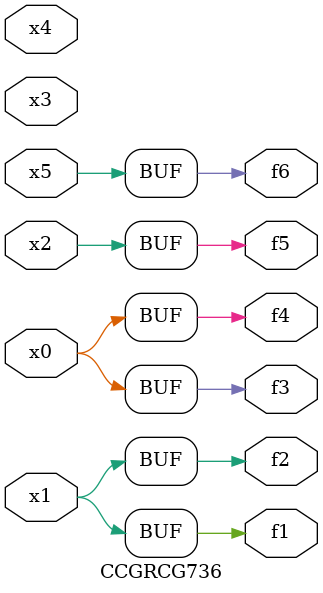
<source format=v>
module CCGRCG736(
	input x0, x1, x2, x3, x4, x5,
	output f1, f2, f3, f4, f5, f6
);
	assign f1 = x1;
	assign f2 = x1;
	assign f3 = x0;
	assign f4 = x0;
	assign f5 = x2;
	assign f6 = x5;
endmodule

</source>
